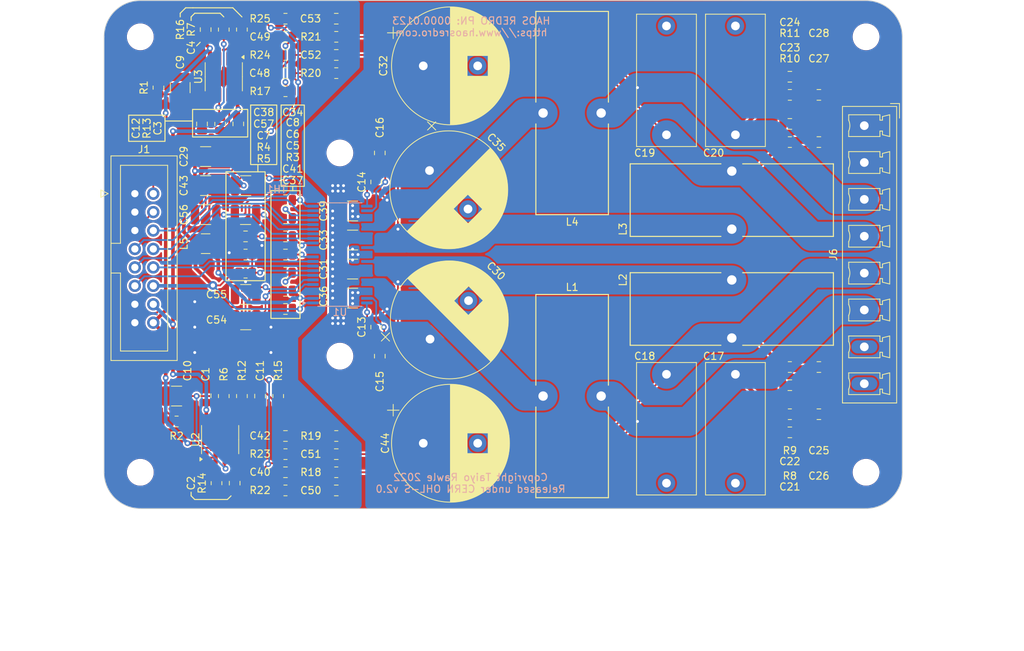
<source format=kicad_pcb>
(kicad_pcb (version 20240108) (generator "pcbnew") (generator_version "8.0")
  (layers (0 "F.Cu" signal) (31 "B.Cu" signal) (34 "B.Paste" user) (35 "F.Paste" user) (36 "B.SilkS" user "B.Silkscreen") (37 "F.SilkS" user "F.Silkscreen") (38 "B.Mask" user) (39 "F.Mask" user) (44 "Edge.Cuts" user))
  (net 0 "")
  (net 1 "Net-(U1-DVDD)")
  (net 2 "Net-(U1-AVDD)")
  (net 3 "Net-(U1-C_START)")
  (net 4 "Net-(U1-VBG)")
  (net 5 "Net-(U3A-+)")
  (net 6 "Net-(U2A-+)")
  (net 7 "Net-(U2B--)")
  (net 8 "Net-(U3B--)")
  (net 9 "Net-(U1-BST_A)")
  (net 10 "Net-(C49-Pad2)")
  (net 11 "Net-(C49-Pad1)")
  (net 12 "Net-(C48-Pad2)")
  (net 13 "Net-(C48-Pad1)")
  (net 14 "Net-(C42-Pad2)")
  (net 15 "Net-(C42-Pad1)")
  (net 16 "Net-(C40-Pad2)")
  (net 17 "Net-(C40-Pad1)")
  (net 18 "Net-(C28-Pad1)")
  (net 19 "Net-(C27-Pad1)")
  (net 20 "Net-(C26-Pad1)")
  (net 21 "Net-(C25-Pad1)")
  (net 22 "Net-(U1-BST_D)")
  (net 23 "Net-(U1-OUT_B)")
  (net 24 "Net-(U1-BST_B)")
  (net 25 "Net-(U1-OUT_C)")
  (net 26 "Net-(C14-Pad2)")
  (net 27 "Net-(U1-BST_C)")
  (net 28 "Net-(C13-Pad2)")
  (net 29 "Net-(J1-Pin_6)")
  (net 30 "Net-(C12-Pad2)")
  (net 31 "Net-(U1-OC_ADJ)")
  (net 32 "Net-(C11-Pad2)")
  (net 33 "Net-(U1-FREQ_ADJ)")
  (net 34 "Net-(U2A--)")
  (net 35 "GND")
  (net 36 "/~{RST}")
  (net 37 "/~{FAULT}")
  (net 38 "/~{CLIP}")
  (net 39 "/OSC_IOP")
  (net 40 "/OSC_IOM")
  (net 41 "/IN_CH2-")
  (net 42 "/IN_CH2+")
  (net 43 "/IN_CH1-")
  (net 44 "/IN_CH1+")
  (net 45 "/CH2-")
  (net 46 "/CH2+")
  (net 47 "/CH1-")
  (net 48 "/CH1+")
  (net 49 "/+12V1")
  (net 50 "-15V")
  (net 51 "+48V")
  (net 52 "+15V")
  (net 53 "+12V")
  (net 54 "/Input stage/CH2")
  (net 55 "/Input stage/CH1")
  (net 56 "Net-(U3A--)")
  (footprint "Capacitor_SMD:C_0805_2012Metric" (layer "F.Cu") (at 128 126.5 90)
    (property "Reference" "C2")
    (property "Value" "104")
  )
  (footprint "Resistor_SMD:R_0805_2012Metric" (layer "F.Cu") (at 129 64 -90)
    (property "Reference" "R16")
    (property "Value" "2K7")
  )
  (footprint "Capacitor_SMD:C_1210_3225Metric" (layer "F.Cu") (at 129.525 85.5)
    (property "Reference" "C38")
    (property "Value" "226")
  )
  (footprint "Capacitor_SMD:C_1210_3225Metric" (layer "F.Cu") (at 124 81.5)
    (property "Reference" "C29")
    (property "Value" "226")
  )
  (footprint "HR_Parts:L_TOROID_D25_W10_P8_V_1" (layer "F.Cu") (at 196.5 87.5 180)
    (property "Reference" "L3")
    (property "Value" "10")
  )
  (footprint "Resistor_SMD:R_0805_2012Metric" (layer "F.Cu") (at 126.5 64 -90)
    (property "Reference" "R7")
    (property "Value" "10K")
  )
  (footprint "Capacitor_THT:CP_Radial_D16.0mm_P7.50mm" (layer "F.Cu") (at 154.923485 106.65165 45)
    (property "Reference" "C30")
    (property "Value" "1000")
  )
  (footprint "MountingHole:MountingHole_3.2mm_M3" (layer "F.Cu") (at 215 65)
    (property "Reference" "H4" (hide yes))
    (property "Value" "M3")
  )
  (footprint "Resistor_SMD:R_0805_2012Metric" (layer "F.Cu") (at 204.5 73 180)
    (property "Reference" "R11")
    (property "Value" "3R3")
  )
  (footprint "HR_Parts:L_TOROID_D25_W10_P8_V_1" (layer "F.Cu") (at 174.5 114.5 90)
    (property "Reference" "L1")
    (property "Value" "10")
  )
  (footprint "Resistor_SMD:R_0805_2012Metric" (layer "F.Cu") (at 134 114.5 -90)
    (property "Reference" "R15")
    (property "Value" "2K7")
  )
  (footprint "Capacitor_SMD:C_0805_2012Metric" (layer "F.Cu") (at 142 67.5)
    (property "Reference" "C52")
    (property "Value" "221")
  )
  (footprint "Capacitor_SMD:C_0805_2012Metric" (layer "F.Cu") (at 135 65 180)
    (property "Reference" "C49")
    (property "Value" "221")
  )
  (footprint "MountingHole:MountingHole_3.2mm_M3" (layer "F.Cu") (at 115 65)
    (property "Reference" "H5" (hide yes))
    (property "Value" "M3")
  )
  (footprint "Capacitor_SMD:C_1210_3225Metric" (layer "F.Cu") (at 124 89.5)
    (property "Reference" "C56")
    (property "Value" "105")
  )
  (footprint "Capacitor_THT:C_Rect_L18.0mm_W8.0mm_P15.00mm_FKS3_FKP3" (layer "F.Cu") (at 187.5 126.5 90)
    (property "Reference" "C18")
    (property "Value" "105")
  )
  (footprint "Connector_Phoenix_MC_HighVoltage:PhoenixContact_MCV_1,5_8-G-5.08_1x08_P5.08mm_Vertical" (layer "F.Cu") (at 214.7575 77.2375 -90)
    (property "Reference" "J6")
    (property "Value" "Conn_01x08")
  )
  (footprint "Capacitor_SMD:C_0805_2012Metric" (layer "F.Cu") (at 204.5 113)
    (property "Reference" "C22")
    (property "Value" "102")
  )
  (footprint "Resistor_SMD:R_0805_2012Metric" (layer "F.Cu") (at 135 127.5 180)
    (property "Reference" "R22")
    (property "Value" "10K")
  )
  (footprint "Resistor_SMD:R_0805_2012Metric" (layer "F.Cu") (at 204.5 79.5 180)
    (property "Reference" "R10")
    (property "Value" "3R3")
  )
  (footprint "Resistor_SMD:R_0805_2012Metric" (layer "F.Cu") (at 117.5 72 90)
    (property "Reference" "R1")
    (property "Value" "10K")
  )
  (footprint "MountingHole:MountingHole_3.2mm_M3" (layer "F.Cu") (at 215 125)
    (property "Reference" "H6" (hide yes))
    (property "Value" "M3")
  )
  (footprint "Resistor_SMD:R_0805_2012Metric" (layer "F.Cu") (at 142 70 180)
    (property "Reference" "R20")
    (property "Value" "33K")
  )
  (footprint "Package_SO:SOIC-8_3.9x4.9mm_P1.27mm" (layer "F.Cu") (at 126.5 70.5 -90)
    (property "Reference" "U3")
    (property "Value" "TL072")
  )
  (footprint "Capacitor_SMD:C_0805_2012Metric" (layer "F.Cu") (at 123.5 77 -90)
    (property "Reference" "C12")
    (property "Value" "331")
  )
  (footprint "MountingHole:MountingHole_3.2mm_M3" (layer "F.Cu") (at 142.5 81)
    (property "Reference" "H3" (hide yes))
    (property "Value" "M3")
  )
  (footprint "Capacitor_SMD:C_1210_3225Metric" (layer "F.Cu") (at 144.25 93)
    (property "Reference" "C33")
    (property "Value" "105")
  )
  (footprint "HR_Parts:L_TOROID_D25_W10_P8_V_1" (layer "F.Cu") (at 174.5 75.5 90)
    (property "Reference" "L4")
    (property "Value" "10")
  )
  (footprint "Capacitor_THT:C_Rect_L18.0mm_W8.0mm_P15.00mm_FKS3_FKP3" (layer "F.Cu") (at 197 63.5 -90)
    (property "Reference" "C20")
    (property "Value" "105")
  )
  (footprint "Resistor_SMD:R_0805_2012Metric" (layer "F.Cu") (at 142 120 180)
    (property "Reference" "R19")
    (property "Value" "33K")
  )
  (footprint "Capacitor_SMD:C_0805_2012Metric" (layer "F.Cu") (at 148 109 -90)
    (property "Reference" "C15")
    (property "Value" "333")
  )
  (footprint "Capacitor_SMD:C_0805_2012Metric" (layer "F.Cu") (at 148 81 -90)
    (property "Reference" "C16")
    (property "Value" "333")
  )
  (footprint "Capacitor_SMD:C_1210_3225Metric" (layer "F.Cu") (at 129.525 104)
    (property "Reference" "C54")
    (property "Value" "105")
  )
  (footprint "MountingHole:MountingHole_3.2mm_M3" (layer "F.Cu") (at 142.5 109)
    (property "Reference" "H1" (hide yes))
    (property "Value" "M3")
  )
  (footprint "Resistor_SMD:R_0805_2012Metric" (layer "F.Cu") (at 135 72.5 180)
    (property "Reference" "R17")
    (property "Value" "2K7")
  )
  (footprint "Capacitor_SMD:C_0805_2012Metric" (layer "F.Cu") (at 135 70 180)
    (property "Reference" "C48")
    (property "Value" "221")
  )
  (footprint "Resistor_SMD:R_0805_2012Metric" (layer "F.Cu") (at 142 125 180)
    (property "Reference" "R18")
    (property "Value" "33K")
  )
  (footprint "Capacitor_SMD:C_1210_3225Metric" (layer "F.Cu") (at 144.25 101)
    (property "Reference" "C36")
    (property "Value" "105")
  )
  (footprint "Capacitor_SMD:C_1210_3225Metric" (layer "F.Cu") (at 120.5 72 90)
    (property "Reference" "C9")
    (property "Value" "225")
  )
  (footprint "Resistor_SMD:R_0805_2012Metric" (layer "F.Cu") (at 120 118)
    (property "Reference" "R2")
    (property "Value" "10K")
  )
  (footprint "Capacitor_SMD:C_0805_2012Metric" (layer "F.Cu") (at 147.5 105 90)
    (property "Reference" "C13")
    (property "Value" "333")
  )
  (footprint "Capacitor_SMD:C_0805_2012Metric" (layer "F.Cu") (at 124 114.45 90)
    (property "Reference" "C1")
    (property "Value" "104")
  )
  (footprint "Capacitor_THT:CP_Radial_D16.0mm_P7.50mm" (layer "F.Cu") (at 153.987246 69)
    (property "Reference" "C32")
    (property "Value" "1000")
  )
  (footprint "Resistor_SMD:R_0805_2012Metric" (layer "F.Cu") (at 129.5 97.5 180)
    (property "Reference" "R5")
    (property "Value" "0")
  )
  (footprint "Capacitor_SMD:C_0805_2012Metric" (layer "F.Cu") (at 135 90)
    (property "Reference" "C8")
    (property "Value" "105")
  )
  (footprint "Capacitor_SMD:C_0805_2012Metric" (layer "F.Cu") (at 204.5 77)
    (property "Reference" "C23")
    (property "Value" "102")
  )
  (footprint "Resistor_SMD:R_0805_2012Metric" (layer "F.Cu") (at 126 77 90)
    (property "Reference" "R13")
    (property "Value" "10K")
  )
  (footprint "Capacitor_SMD:C_0805_2012Metric" (layer "F.Cu") (at 135 125 180)
    (property "Reference" "C40")
    (property "Value" "221")
  )
  (footprint "Resistor_SMD:R_0805_2012Metric" (layer "F.Cu") (at 126.5 114.5 -90)
    (property "Reference" "R6")
    (property "Value" "10K")
  )
  (footprint "Capacitor_SMD:C_0805_2012Metric" (layer "F.Cu") (at 135 120 180)
    (property "Reference" "C42")
    (property "Value" "221")
  )
  (footprint "Capacitor_SMD:C_0805_2012Metric" (layer "F.Cu") (at 129.5 92.5)
    (property "Reference" "C7")
    (property "Value" "473")
  )
  (footprint "Capacitor_SMD:C_0805_2012Metric" (layer "F.Cu") (at 142 62.5)
    (property "Reference" "C53")
    (property "Value" "221")
  )
  (footprint "Capacitor_THT:CP_Radial_D16.0mm_P7.50mm" (layer "F.Cu") (at 153.987246 121)
    (property "Reference" "C44")
    (property "Value" "1000")
  )
  (footprint "Capacitor_SMD:C_0805_2012Metric" (layer "F.Cu") (at 142 122.5)
    (property "Reference" "C51")
    (property "Value" "221")
  )
  (footprint "Connector_IDC:IDC-Header_2x08_P2.54mm_Vertical" (layer "F.Cu") (at 114.2475 86.61)
    (property "Reference" "J1")
    (property "Value" "Conn_02x08_Odd_Even")
  )
  (footprint "Capacitor_SMD:C_0805_2012Metric" (layer "F.Cu") (at 208.5 79.5)
    (property "Reference" "C27")
    (property "Value" "103")
  )
  (footprint "Package_SO:SOIC-8_3.9x4.9mm_P1.27mm" (layer "F.Cu") (at 126 120.5 90)
    (property "Reference" "U2")
    (property "Value" "TL072")
  )
  (footprint "Capacitor_SMD:C_1210_3225Metric" (layer "F.Cu") (at 124 85.5)
    (property "Reference" "C43")
    (property "Value" "226")
  )
  (footprint "Capacitor_SMD:C_1210_3225Metric" (layer "F.Cu") (at 144.25 89)
    (property "Reference" "C39")
    (property "Value" "105")
  )
  (footprint "Capacitor_THT:C_Rect_L18.0mm_W8.0mm_P15.00mm_FKS3_FKP3" (layer "F.Cu") (at 187.5 78.5 90)
    (property "Reference" "C19")
    (property "Value" "105")
  )
  (footprint "Resistor_SMD:R_0805_2012Metric" (layer "F.Cu") (at 204.5 110.5 180)
    (property "Reference" "R9")
    (property "Value" "3R3")
  )
  (footprint "Resistor_SMD:R_0805_2012Metric" (layer "F.Cu") (at 142 65 180)
    (property "Reference" "R21")
    (property "Value" "33K")
  )
  (footprint "Capacitor_SMD:C_0805_2012Metric" (layer "F.Cu") (at 135 87.5 180)
    (property "Reference" "C34")
    (property "Value" "104")
  )
  (footprint "Capacitor_SMD:C_0805_2012Metric" (layer "F.Cu") (at 208.5 110.5)
    (property "Reference" "C26")
    (property "Value" "103")
  )
  (footprint "Resistor_SMD:R_0805_2012Metric" (layer "F.Cu") (at 129 114.5 -90)
    (property "Reference" "R12")
    (property "Value" "10K")
  )
  (footprint "Capacitor_SMD:C_0805_2012Metric" (layer "F.Cu") (at 147.5 85 -90)
    (property "Reference" "C14")
    (property "Value" "333")
  )
  (footprint "Capacitor_THT:CP_Radial_D16.0mm_P7.50mm" (layer "F.Cu") (at 154.84835 83.423485 -45)
    (property "Reference" "C35")
    (property "Value" "1000")
  )
  (footprint "Capacitor_SMD:C_0805_2012Metric" (layer "F.Cu") (at 135 102.5 180)
    (property "Reference" "C37")
    (property "Value" "104")
  )
  (footprint "Capacitor_SMD:C_0805_2012Metric" (layer "F.Cu") (at 131.5 114.5 90)
    (property "Reference" "C11")
    (property "Value" "331")
  )
  (footprint "Capacitor_SMD:C_0805_2012Metric" (layer "F.Cu") (at 128.5 77 -90)
    (property "Reference" "C3")
    (property "Value" "104")
  )
  (footprint "Capacitor_SMD:C_0805_2012Metric" (layer "F.Cu") (at 135 100 180)
    (property "Reference" "C41")
    (property "Value" "104")
  )
  (footprint "Capacitor_SMD:C_0805_2012Metric" (layer "F.Cu") (at 135 92.5)
    (property "Reference" "C6")
    (property "Value" "105")
  )
  (footprint "Resistor_SMD:R_0805_2012Metric" (layer "F.Cu") (at 135 67.5 180)
    (property "Reference" "R24")
    (property "Value" "10K")
  )
  (footprint "MountingHole:MountingHole_3.2mm_M3" (layer "F.Cu") (at 115 125)
    (property "Reference" "H2" (hide yes))
    (property "Value" "M3")
  )
  (footprint "Capacitor_SMD:C_0805_2012Metric" (layer "F.Cu") (at 208.5 117)
    (property "Reference" "C25")
    (property "Value" "103")
  )
  (footprint "Capacitor_SMD:C_0805_2012Metric" (layer "F.Cu") (at 208.5 73)
    (property "Reference" "C28")
    (property "Value" "103")
  )
  (footprint "Capacitor_SMD:C_1210_3225Metric" (layer "F.Cu") (at 144.25 97)
    (property "Reference" "C31")
    (property "Value" "105")
  )
  (footprint "Capacitor_SMD:C_0805_2012Metric" (layer "F.Cu") (at 204.5 119.5)
    (property "Reference" "C21")
    (property "Value" "102")
  )
  (footprint "Resistor_SMD:R_0805_2012Metric" (layer "F.Cu") (at 135 62.5 180)
    (property "Reference" "R25")
    (property "Value" "10K")
  )
  (footprint "Resistor_SMD:R_0805_2012Metric" (layer "F.Cu") (at 135 122.5 180)
    (property "Reference" "R23")
    (property "Value" "10K")
  )
  (footprint "Capacitor_SMD:C_1210_3225Metric" (layer "F.Cu") (at 129.5 89.5)
    (property "Reference" "C57")
    (property "Value" "105")
  )
  (footprint "Capacitor_SMD:C_0805_2012Metric" (layer "F.Cu") (at 124 64 -90)
    (property "Reference" "C4")
    (property "Value" "104")
  )
  (footprint "Capacitor_SMD:C_1210_3225Metric" (layer "F.Cu") (at 120 114.5)
    (property "Reference" "C10")
    (property "Value" "225")
  )
  (footprint "Capacitor_SMD:C_1210_3225Metric" (layer "F.Cu") (at 129.525 100.5)
    (property "Reference" "C55")
    (property "Value" "105")
  )
  (footprint "Resistor_SMD:R_0805_2012Metric" (layer "F.Cu") (at 135 97.5 180)
    (property "Reference" "R3")
    (property "Value" "22K")
  )
  (footprint "Inductor_SMD:L_1210_3225Metric" (layer "F.Cu") (at 124 93.5)
    (property "Reference" "L5")
    (property "Value" "10")
  )
  (footprint "HR_Parts:L_TOROID_D25_W10_P8_V_1" (layer "F.Cu") (at 196.5 102.5)
    (property "Reference" "L2")
    (property "Value" "10")
  )
  (footprint "Capacitor_SMD:C_0805_2012Metric" (layer "F.Cu") (at 204.5 70.5)
    (property "Reference" "C24")
    (property "Value" "102")
  )
  (footprint "Resistor_SMD:R_0805_2012Metric" (layer "F.Cu") (at 204.5 117 180)
    (property "Reference" "R8")
    (property "Value" "3R3")
  )
  (footprint "Capacitor_SMD:C_0805_2012Metric" (layer "F.Cu") (at 142 127.5)
    (property "Reference" "C50")
    (property "Value" "221")
  )
  (footprint "Capacitor_SMD:C_0805_2012Metric" (layer "F.Cu") (at 135 95)
    (property "Reference" "C5")
    (property "Value" "105")
  )
  (footprint "Resistor_SMD:R_0805_2012Metric" (layer "F.Cu") (at 125.5 126.5 90)
    (property "Reference" "R14")
    (property "Value" "2K7")
  )
  (footprint "Resistor_SMD:R_0805_2012Metric" (layer "F.Cu") (at 129.5 95 180)
    (property "Reference" "R4")
    (property "Value" "30K")
  )
  (footprint "Capacitor_THT:C_Rect_L18.0mm_W8.0mm_P15.00mm_FKS3_FKP3" (layer "F.Cu") (at 197 111.5 -90)
    (property "Reference" "C17")
    (property "Value" "105")
  )
  (footprint "Resistor_SMD:R_0805_2012Metric" (layer "B.Cu") (at 137 86)
    (property "Reference" "TH1")
    (property "Value" "10K")
  )
  (footprint "Package_SO:HTSSOP-44_6.1x14mm_P0.635mm_TopEP4.14x7.01mm" (layer "B.Cu") (at 142.5 95)
    (property "Reference" "U1")
    (property "Value" "TPA3255")
  )
  (gr_rect (start 113.4 75.8) (end 118.4 79.4) (stroke (width 0.15)) (fill none) (layer "F.SilkS"))
  (gr_rect (start 134.4 74.4) (end 137.6 85.6) (stroke (width 0.15)) (fill none) (layer "F.SilkS"))
  (gr_line (start 120.5 61.75) (end 121.25 61) (stroke (width 0.15)) (layer "F.SilkS"))
  (gr_line (start 122 128.25) (end 122.5 128.75) (stroke (width 0.15)) (layer "F.SilkS"))
  (gr_line (start 131.2 82.6) (end 131.2 83.6) (stroke (width 0.15)) (layer "F.SilkS"))
  (gr_rect (start 122.2 75) (end 129.8 78.8) (stroke (width 0.15)) (fill none) (layer "F.SilkS"))
  (gr_line (start 118.4 76.6) (end 122.2 76.6) (stroke (width 0.15)) (layer "F.SilkS"))
  (gr_line (start 121.25 61) (end 122.25 61) (stroke (width 0.15)) (layer "F.SilkS"))
  (gr_rect (start 133 86.2) (end 137 103.8) (stroke (width 0.15)) (fill none) (layer "F.SilkS"))
  (gr_line (start 120.5 62.25) (end 120.5 61.75) (stroke (width 0.15)) (layer "F.SilkS"))
  (gr_rect (start 126.8 83.6) (end 132.2 98.6) (stroke (width 0.15)) (fill none) (layer "F.SilkS"))
  (gr_line (start 122 62.25) (end 122 62.75) (stroke (width 0.15)) (layer "F.SilkS"))
  (gr_line (start 126 61.75) (end 126.5 62.25) (stroke (width 0.15)) (layer "F.SilkS"))
  (gr_rect (start 130.2 74.4) (end 133.8 82.6) (stroke (width 0.15)) (fill none) (layer "F.SilkS"))
  (gr_line (start 129 62.25) (end 127.75 61) (stroke (width 0.15)) (layer "F.SilkS"))
  (gr_line (start 127 128.75) (end 127.5 128.25) (stroke (width 0.15)) (layer "F.SilkS"))
  (gr_line (start 122.5 128.75) (end 127 128.75) (stroke (width 0.15)) (layer "F.SilkS"))
  (gr_line (start 122 62.25) (end 122.5 61.75) (stroke (width 0.15)) (layer "F.SilkS"))
  (gr_line (start 123.25 65.75) (end 122.75 66.25) (stroke (width 0.15)) (layer "F.SilkS"))
  (gr_line (start 122.5 61.75) (end 126 61.75) (stroke (width 0.15)) (layer "F.SilkS"))
  (gr_line (start 122.25 61) (end 127.75 61) (stroke (width 0.15)) (layer "F.SilkS"))
  (gr_line (start 122 127.75) (end 122 128.25) (stroke (width 0.15)) (layer "F.SilkS"))
  (gr_line (start 136 85.6) (end 136 86.2) (stroke (width 0.15)) (layer "F.SilkS"))
  (gr_arc (start 115 130) (mid 111.464466 128.535534) (end 110 125) (stroke (width 0.1)) (layer "Edge.Cuts"))
  (gr_line (start 110 125) (end 110 65) (stroke (width 0.1)) (layer "Edge.Cuts"))
  (gr_arc (start 110 65) (mid 111.464466 61.464466) (end 115 60) (stroke (width 0.1)) (layer "Edge.Cuts"))
  (gr_line (start 215 60) (end 115 60) (stroke (width 0.1)) (layer "Edge.Cuts"))
  (gr_line (start 215 130) (end 115 130) (stroke (width 0.1)) (layer "Edge.Cuts"))
  (gr_arc (start 220 125) (mid 218.535534 128.535534) (end 215 130) (stroke (width 0.1)) (layer "Edge.Cuts"))
  (gr_line (start 220 125) (end 220 65) (stroke (width 0.1)) (layer "Edge.Cuts"))
  (gr_arc (start 215 60) (mid 218.535534 61.464466) (end 220 65) (stroke (width 0.1)) (layer "Edge.Cuts"))
  (gr_text "Copyright Taiyo Rawle 2022\nReleased under CERN OHL-S v2.0" (at 160.5 126.5 0) (layer "B.SilkS") (effects (font (size 1 1)) (justify mirror)))
  (gr_text "HAOS REDRO PN: 0000.0123\nhttps://www.haosredro.com" (at 160.6 63.6 0) (layer "B.SilkS") (effects (font (size 1 1)) (justify mirror)))
  (segment (start 137.25 95) (end 135.95 95) (width 0.25) (layer "F.Cu") (net 1))
  (segment (start 135.95 95) (end 135.95 94.7) (width 0.25) (layer "F.Cu") (net 1))
  (via (at 137.25 95) (size 0.8) (drill 0.4) (layers "F.Cu" "B.Cu") (net 1))
  (segment (start 137.5675 95.3175) (end 137.25 95) (width 0.25) (layer "B.Cu") (net 1))
  (segment (start 138.7875 95.3175) (end 137.5675 95.3175) (width 0.25) (layer "B.Cu") (net 1))
  (segment (start 137.25 93.75) (end 137.2 93.75) (width 0.25) (layer "F.Cu") (net 2))
  (segment (start 137.2 93.75) (end 135.95 92.5) (width 0.25) (layer "F.Cu") (net 2))
  (via (at 137.25 93.75) (size 0.8) (drill 0.4) (layers "F.Cu" "B.Cu") (net 2))
  (segment (start 137.5875 93.4125) (end 137.25 93.75) (width 0.25) (layer "B.Cu") (net 2))
  (segment (start 138.7875 93.4125) (end 137.5875 93.4125) (width 0.25) (layer "B.Cu") (net 2))
  (segment (start 131.75 92.5) (end 130.45 92.5) (width 0.25) (layer "F.Cu") (net 3))
  (via (at 131.75 92.5) (size 0.8) (drill 0.4) (layers "F.Cu" "B.Cu") (net 3))
  (segment (start 132.0275 92.7775) (end 131.75 92.5) (width 0.25) (layer "B.Cu") (net 3))
  (segment (start 138.7875 92.7775) (end 132.0275 92.7775) (width 0.25) (layer "B.Cu") (net 3))
  (segment (start 135.95 89.7) (end 135 88.75) (width 0.25) (layer "F.Cu") (net 4))
  (segment (start 135.95 90) (end 135.95 89.7) (width 0.25) (layer "F.Cu") (net 4))
  (via (at 135 88.75) (size 0.8) (drill 0.4) (layers "F.Cu" "B.Cu") (net 4))
  (segment (start 135.8525 89.6025) (end 135 88.75) (width 0.25) (layer "B.Cu") (net 4))
  (segment (start 138.7875 89.6025) (end 135.8525 89.6025) (width 0.25) (layer "B.Cu") (net 4))
  (segment (start 124.725 70.525) (end 125.865 69.385) (width 0.25) (layer "F.Cu") (net 5))
  (segment (start 125.25 64) (end 125.25 66) (width 0.25) (layer "F.Cu") (net 5))
  (segment (start 126.5 63.0875) (end 126.1625 63.0875) (width 0.25) (layer "F.Cu") (net 5))
  (segment (start 120.5 70.525) (end 124.725 70.525) (width 0.25) (layer "F.Cu") (net 5))
  (segment (start 125.865 66.615) (end 125.865 68.025) (width 0.25) (layer "F.Cu") (net 5))
  (segment (start 126.1625 63.0875) (end 125.25 64) (width 0.25) (layer "F.Cu") (net 5))
  (segment (start 125.865 69.385) (end 125.865 68.025) (width 0.25) (layer "F.Cu") (net 5))
  (segment (start 125.25 66) (end 125.865 66.615) (width 0.25) (layer "F.Cu") (net 5))
  (segment (start 122.75 114.5) (end 124.75 114.5) (width 0.25) (layer "F.Cu") (net 6))
  (segment (start 126.635 122.975) (end 126.635 124.385) (width 0.25) (layer "F.Cu") (net 6))
  (segment (start 126.635 124.385) (end 126.75 124.5) (width 0.25) (layer "F.Cu") (net 6))
  (segment (start 124.75 114.5) (end 125.6625 113.5875) (width 0.25) (layer "F.Cu") (net 6))
  (segment (start 122.75 114.5) (end 121.475 114.5) (width 0.25) (layer "F.Cu") (net 6))
  (segment (start 125.6625 113.5875) (end 126.5 113.5875) (width 0.25) (layer "F.Cu") (net 6))
  (via (at 122.75 114.5) (size 0.8) (drill 0.4) (layers "F.Cu" "B.Cu") (net 6))
  (via (at 126.75 124.5) (size 0.8) (drill 0.4) (layers "F.Cu" "B.Cu") (net 6))
  (segment (start 122.75 120.5) (end 126.75 124.5) (width 0.25) (layer "B.Cu") (net 6))
  (segment (start 122.75 114.5) (end 122.75 120.5) (width 0.25) (layer "B.Cu") (net 6))
  (segment (start 126.635 118.025) (end 126.635 115.5475) (width 0.25) (layer "F.Cu") (net 7))
  (segment (start 126.5 115.4125) (end 129 115.4125) (width 0.25) (layer "F.Cu") (net 7))
  (segment (start 129 115.4125) (end 131.4625 115.4125) (width 0.25) (layer "F.Cu") (net 7))
  (segment (start 126.635 115.5475) (end 126.5 115.4125) (width 0.25) (layer "F.Cu") (net 7))
  (segment (start 131.4625 115.4125) (end 131.5 115.45) (width 0.25) (layer "F.Cu") (net 7))
  (segment (start 126.5 64.9125) (end 126.5 66) (width 0.25) (layer "F.Cu") (net 8))
  (segment (start 125.865 72.975) (end 125.865 75.9525) (width 0.25) (layer "F.Cu") (net 8))
  (segment (start 125.9625 76.05) (end 126 76.0875) (width 0.25) (layer "F.Cu") (net 8))
  (segment (start 123.5 76.05) (end 125.9625 76.05) (width 0.25) (layer "F.Cu") (net 8))
  (segment (start 125.865 75.9525) (end 126 76.0875) (width 0.25) (layer "F.Cu") (net 8))
  (via (at 125.75 74.75) (size 0.8) (drill 0.4) (layers "F.Cu" "B.Cu") (net 8))
  (via (at 126.5 66) (size 0.8) (drill 0.4) (layers "F.Cu" "B.Cu") (net 8))
  (segment (start 126.5 66) (end 126.5 74) (width 0.25) (layer "B.Cu") (net 8))
  (segment (start 126.5 74) (end 125.75 74.75) (width 0.25) (layer "B.Cu") (net 8))
  (segment (start 146.25 102.9495) (end 146.25 104.45) (width 0.25) (layer "F.Cu") (net 9))
  (segment (start 146.25 104.45) (end 147.75 105.95) (width 0.25) (layer "F.Cu") (net 9))
  (via (at 146.25 102.9495) (size 0.8) (drill 0.4) (layers "F.Cu" "B.Cu") (net 9))
  (segment (start 146.2125 102.912) (end 146.25 102.9495) (width 0.25) (layer "B.Cu") (net 9))
  (segment (start 146.2125 101.6675) (end 146.2125 102.912) (width 0.25) (layer "B.Cu") (net 9))
  (segment (start 135.9125 62.5) (end 141.1 62.5) (width 0.25) (layer "F.Cu") (net 10))
  (segment (start 135.9125 62.5) (end 135.9125 62.8375) (width 0.25) (layer "F.Cu") (net 10))
  (segment (start 134.05 64.7) (end 134.05 65) (width 0.25) (layer "F.Cu") (net 10))
  (segment (start 135.9125 62.8375) (end 134.05 64.7) (width 0.25) (layer "F.Cu") (net 10))
  (segment (start 129.5 89.25) (end 129.5 88) (width 0.25) (layer "F.Cu") (net 11))
  (segment (start 129.5 88) (end 130 87.5) (width 0.25) (layer "F.Cu") (net 11))
  (segment (start 132 87.5) (end 135.9125 83.5875) (width 0.25) (layer "F.Cu") (net 11))
  (segment (start 130 87.5) (end 132 87.5) (width 0.25) (layer "F.Cu") (net 11))
  (segment (start 135.95 65) (end 135.95 65.3) (width 0.25) (layer "F.Cu") (net 11))
  (segment (start 128.025 89.5) (end 129.25 89.5) (width 0.25) (layer "F.Cu") (net 11))
  (segment (start 135.95 65) (end 141.0875 65) (width 0.25) (layer "F.Cu") (net 11))
  (segment (start 135.9125 83.5875) (end 135.9125 72.5) (width 0.25) (layer "F.Cu") (net 11))
  (segment (start 135.95 65.3) (end 135 66.25) (width 0.25) (layer "F.Cu") (net 11))
  (segment (start 129.25 89.5) (end 129.5 89.25) (width 0.25) (layer "F.Cu") (net 11))
  (segment (start 135 71.25) (end 135 71.5875) (width 0.25) (layer "F.Cu") (net 11))
  (segment (start 135 71.5875) (end 135.9125 72.5) (width 0.25) (layer "F.Cu") (net 11))
  (via (at 135 71.25) (size 0.8) (drill 0.4) (layers "F.Cu" "B.Cu") (net 11))
  (via (at 135 66.25) (size 0.8) (drill 0.4) (layers "F.Cu" "B.Cu") (net 11))
  (segment (start 135 66.25) (end 135 71.25) (width 0.25) (layer "B.Cu") (net 11))
  (segment (start 135.9125 67.8375) (end 134.05 69.7) (width 0.25) (layer "F.Cu") (net 12))
  (segment (start 135.9125 67.5) (end 141.05 67.5) (width 0.25) (layer "F.Cu") (net 12))
  (segment (start 134.05 69.7) (end 134.05 70) (width 0.25) (layer "F.Cu") (net 12))
  (segment (start 135.9125 67.5) (end 135.9125 67.8375) (width 0.25) (layer "F.Cu") (net 12))
  (segment (start 135.95 70.45) (end 136.75 71.25) (width 0.25) (layer "F.Cu") (net 13))
  (segment (start 129 63.0875) (end 132.3375 63.0875) (width 0.25) (layer "F.Cu") (net 13))
  (segment (start 127.5 83.5) (end 124.5 83.5) (width 0.25) (layer "F.Cu") (net 13))
  (segment (start 124 88.75) (end 123.25 89.5) (width 0.25) (layer "F.Cu") (net 13))
  (segment (start 128.75 82.25) (end 133 78) (width 0.25) (layer "F.Cu") (net 13))
  (segment (start 135.95 70) (end 141.0875 70) (width 0.25) (layer "F.Cu") (net 13))
  (segment (start 124.5 83.5) (end 124 84) (width 0.25) (layer "F.Cu") (net 13))
  (segment (start 128.75 82.25) (end 127.5 83.5) (width 0.25) (layer "F.Cu") (net 13))
  (segment (start 135.95 70) (end 135.95 70.45) (width 0.25) (layer "F.Cu") (net 13))
  (segment (start 124 84) (end 124 88.75) (width 0.25) (layer "F.Cu") (net 13))
  (segment (start 132.3375 63.0875) (end 133 63.75) (width 0.25) (layer "F.Cu") (net 13))
  (segment (start 123.25 89.5) (end 122.525 89.5) (width 0.25) (layer "F.Cu") (net 13))
  (via (at 136.75 71.25) (size 0.8) (drill 0.4) (layers "F.Cu" "B.Cu") (net 13))
  (via (at 133 78) (size 0.8) (drill 0.4) (layers "F.Cu" "B.Cu") (net 13))
  (via (at 133 63.75) (size 0.8) (drill 0.4) (layers "F.Cu" "B.Cu") (net 13))
  (segment (start 136.75 74.25) (end 136.75 71.25) (width 0.25) (layer "B.Cu") (net 13))
  (segment (start 134.75 63.75) (end 136.75 65.75) (width 0.25) (layer "B.Cu") (net 13))
  (segment (start 134.75 76.25) (end 136.75 74.25) (width 0.25) (layer "B.Cu") (net 13))
  (segment (start 133 63.75) (end 134.75 63.75) (width 0.25) (layer "B.Cu") (net 13))
  (segment (start 133 78) (end 134.75 76.25) (width 0.25) (layer "B.Cu") (net 13))
  (segment (start 136.75 65.75) (end 136.75 71.25) (width 0.25) (layer "B.Cu") (net 13))
  (segment (start 135.9125 122.1625) (end 134.05 120.3) (width 0.25) (layer "F.Cu") (net 14))
  (segment (start 141.05 122.5) (end 135.9125 122.5) (width 0.25) (layer "F.Cu") (net 14))
  (segment (start 135.9125 122.5) (end 135.9125 122.1625) (width 0.25) (layer "F.Cu") (net 14))
  (segment (start 134.05 120.275) (end 134.05 119.975) (width 0.25) (layer "F.Cu") (net 14))
  (segment (start 129.5 108) (end 134 112.5) (width 0.25) (layer "F.Cu") (net 15))
  (segment (start 129.5 101) (end 129.5 108) (width 0.25) (layer "F.Cu") (net 15))
  (segment (start 129 100.5) (end 129.5 101) (width 0.25) (layer "F.Cu") (net 15))
  (segment (start 141.0875 120) (end 135.95 120) (width 0.25) (layer "F.Cu") (net 15))
  (segment (start 135.95 120) (end 135.95 115.5375) (width 0.25) (layer "F.Cu") (net 15))
  (segment (start 135.95 115.5375) (end 134 113.5875) (width 0.25) (layer "F.Cu") (net 15))
  (segment (start 134 112.5) (end 134 113.5875) (width 0.25) (layer "F.Cu") (net 15))
  (segment (start 128.05 100.5) (end 129 100.5) (width 0.25) (layer "F.Cu") (net 15))
  (segment (start 141.05 127.5) (end 135.9125 127.5) (width 0.25) (layer "F.Cu") (net 16))
  (segment (start 134.05 125.275) (end 134.05 124.975) (width 0.25) (layer "F.Cu") (net 16))
  (segment (start 135.9125 127.5) (end 135.9125 127.1625) (width 0.25) (layer "F.Cu") (net 16))
  (segment (start 135.9125 127.1625) (end 134.05 125.3) (width 0.25) (layer "F.Cu") (net 16))
  (segment (start 128.05 104) (end 128.05 108.05) (width 0.25) (layer "F.Cu") (net 17))
  (segment (start 125.5 127.4125) (end 125.8375 127.4125) (width 0.25) (layer "F.Cu") (net 17))
  (segment (start 128.05 108.05) (end 132.75 112.75) (width 0.25) (layer "F.Cu") (net 17))
  (segment (start 135.95 124.7) (end 135 123.75) (width 0.25) (layer "F.Cu") (net 17))
  (segment (start 132.625 123.875) (end 132.75 123.75) (width 0.25) (layer "F.Cu") (net 17))
  (segment (start 125.8375 127.4125) (end 126.75 126.5) (width 0.25) (layer "F.Cu") (net 17))
  (segment (start 135.95 125) (end 135.95 124.7) (width 0.25) (layer "F.Cu") (net 17))
  (segment (start 130 126.5) (end 132.625 123.875) (width 0.25) (layer "F.Cu") (net 17))
  (segment (start 141.0875 125) (end 135.95 125) (width 0.25) (layer "F.Cu") (net 17))
  (segment (start 126.75 126.5) (end 130 126.5) (width 0.25) (layer "F.Cu") (net 17))
  (segment (start 132.75 123.75) (end 135 123.75) (width 0.25) (layer "F.Cu") (net 17))
  (via (at 132.625 123.875) (size 0.8) (drill 0.4) (layers "F.Cu" "B.Cu") (net 17))
  (via (at 132.75 112.25) (size 0.8) (drill 0.4) (layers "F.Cu" "B.Cu") (net 17))
  (segment (start 132.75 112.25) (end 132.75 123.75) (width 0.25) (layer "B.Cu") (net 17))
  (segment (start 132.75 123.75) (end 132.625 123.875) (width 0.25) (layer "B.Cu") (net 17))
  (segment (start 205.4125 73) (end 207.55 73) (width 0.5) (layer "F.Cu") (net 18))
  (segment (start 205.4125 79.5) (end 207.55 79.5) (width 0.5) (layer "F.Cu") (net 19))
  (segment (start 205.4125 110.5) (end 207.55 110.5) (width 0.5) (layer "F.Cu") (net 20))
  (segment (start 205.4125 117) (end 207.55 117) (width 0.5) (layer "F.Cu") (net 21))
  (segment (start 146.25 85) (end 146.25 86.75) (width 0.25) (layer "F.Cu") (net 22))
  (segment (start 147.5 84.1) (end 147.15 84.1) (width 0.25) (layer "F.Cu") (net 22))
  (segment (start 147.15 84.1) (end 146.25 85) (width 0.25) (layer "F.Cu") (net 22))
  (via (at 146.25 86.75) (size 0.8) (drill 0.4) (layers "F.Cu" "B.Cu") (net 22))
  (segment (start 146.25 88.295) (end 146.2125 88.3325) (width 0.25) (layer "B.Cu") (net 22))
  (segment (start 146.25 86.75) (end 146.25 88.295) (width 0.25) (layer "B.Cu") (net 22))
  (segment (start 150.5 98.75) (end 150.5 107.45) (width 0.25) (layer "F.Cu") (net 23))
  (segment (start 150.5 107.45) (end 148 109.95) (width 0.25) (layer "F.Cu") (net 23))
  (via (at 150.5 98.75) (size 0.8) (drill 0.4) (layers "F.Cu" "B.Cu") (net 23))
  (segment (start 163.25 98.5) (end 162 97.25) (width 4) (layer "B.Cu") (net 23))
  (segment (start 196.5 98.5) (end 163.25 98.5) (width 4) (layer "B.Cu") (net 23))
  (segment (start 162 97.25) (end 152 97.25) (width 4) (layer "B.Cu") (net 23))
  (segment (start 148.6 105.054439) (end 148.6 107.45) (width 0.25) (layer "F.Cu") (net 24))
  (segment (start 148.54556 104.999999) (end 148.6 105.054439) (width 0.25) (layer "F.Cu") (net 24))
  (segment (start 148.6 107.45) (end 148 108.05) (width 0.25) (layer "F.Cu") (net 24))
  (via (at 148.54556 104.999999) (size 0.8) (drill 0.4) (layers "F.Cu" "B.Cu") (net 24))
  (segment (start 147.5 103.954439) (end 148.54556 104.999999) (width 0.25) (layer "B.Cu") (net 24))
  (segment (start 147.5 101.5) (end 147.5 103.5) (width 0.25) (layer "B.Cu") (net 24))
  (segment (start 147.5 103.5) (end 147.5 103.954439) (width 0.25) (layer "B.Cu") (net 24))
  (segment (start 146.2125 101.0325) (end 147.0325 101.0325) (width 0.25) (layer "B.Cu") (net 24))
  (segment (start 147.0325 101.0325) (end 147.5 101.5) (width 0.25) (layer "B.Cu") (net 24))
  (segment (start 148 80.05) (end 150.5 82.55) (width 0.25) (layer "F.Cu") (net 25))
  (segment (start 150.5 82.55) (end 150.5 91.5) (width 0.25) (layer "F.Cu") (net 25))
  (via (at 150.5 91.5) (size 0.8) (drill 0.4) (layers "F.Cu" "B.Cu") (net 25))
  (segment (start 196.5 91.5) (end 163 91.5) (width 4) (layer "B.Cu") (net 25))
  (segment (start 163 91.5) (end 161.75 92.75) (width 4) (layer "B.Cu") (net 25))
  (segment (start 161.75 92.75) (end 152 92.75) (width 4) (layer "B.Cu") (net 25))
  (segment (start 147.5 86) (end 149 87.5) (width 0.25) (layer "F.Cu") (net 26))
  (via (at 149 87.5) (size 0.8) (drill 0.4) (layers "F.Cu" "B.Cu") (net 26))
  (segment (start 170.5 75.5) (end 168 75.5) (width 4) (layer "B.Cu") (net 26))
  (segment (start 168 75.5) (end 155.5 88) (width 4) (layer "B.Cu") (net 26))
  (segment (start 155.5 88) (end 152 88) (width 4) (layer "B.Cu") (net 26))
  (segment (start 148.75 85) (end 148.75 82.7) (width 0.25) (layer "F.Cu") (net 27))
  (segment (start 148.75 82.7) (end 148 81.95) (width 0.25) (layer "F.Cu") (net 27))
  (via (at 148.75 85) (size 0.8) (drill 0.4) (layers "F.Cu" "B.Cu") (net 27))
  (segment (start 146.965361 88.9675) (end 147.5 88.432861) (width 0.25) (layer "B.Cu") (net 27))
  (segment (start 146.2125 88.9675) (end 146.965361 88.9675) (width 0.25) (layer "B.Cu") (net 27))
  (segment (start 147.5 86.25) (end 148.75 85) (width 0.25) (layer "B.Cu") (net 27))
  (segment (start 147.5 88.432861) (end 147.5 86.5) (width 0.25) (layer "B.Cu") (net 27))
  (segment (start 147.5 86.5) (end 147.5 86.25) (width 0.25) (layer "B.Cu") (net 27))
  (segment (start 147.5 104.05) (end 147.5 104) (width 0.25) (layer "F.Cu") (net 28))
  (segment (start 147.75 104.05) (end 147.75 104) (width 0.25) (layer "F.Cu") (net 28))
  (segment (start 147.5 104) (end 149 102.5) (width 0.25) (layer "F.Cu") (net 28))
  (via (at 149 102.5) (size 0.8) (drill 0.4) (layers "F.Cu" "B.Cu") (net 28))
  (segment (start 155.5 102) (end 152.25 102) (width 4) (layer "B.Cu") (net 28))
  (segment (start 170.5 114.5) (end 168 114.5) (width 4) (layer "B.Cu") (net 28))
  (segment (start 168 114.5) (end 157 103.5) (width 4) (layer "B.Cu") (net 28))
  (segment (start 157 103.5) (end 155.5 102) (width 4) (layer "B.Cu") (net 28))
  (segment (start 123.99 87.5) (end 119.8 91.69) (width 0.25) (layer "B.Cu") (net 29))
  (segment (start 116.7875 91.69) (end 119.8 91.69) (width 0.25) (layer "B.Cu") (net 29))
  (segment (start 135.0875 87) (end 136.0875 86) (width 0.25) (layer "B.Cu") (net 29))
  (segment (start 124.5 87) (end 135.0875 87) (width 0.25) (layer "B.Cu") (net 29))
  (segment (start 124 87.5) (end 124.5 87) (width 0.25) (layer "B.Cu") (net 29))
  (segment (start 124 87.5) (end 123.99 87.5) (width 0.25) (layer "B.Cu") (net 29))
  (segment (start 127.135 72.975) (end 127.25 73.09) (width 0.25) (layer "F.Cu") (net 30))
  (segment (start 125.9625 77.95) (end 126 77.9125) (width 0.25) (layer "F.Cu") (net 30))
  (segment (start 126.3375 77.9125) (end 126 77.9125) (width 0.25) (layer "F.Cu") (net 30))
  (segment (start 127.75 71.25) (end 132.8375 71.25) (width 0.25) (layer "F.Cu") (net 30))
  (segment (start 127.135 72.975) (end 127.135 71.865) (width 0.25) (layer "F.Cu") (net 30))
  (segment (start 132.8375 71.25) (end 134.0875 72.5) (width 0.25) (layer "F.Cu") (net 30))
  (segment (start 127.25 73.09) (end 127.25 77) (width 0.25) (layer "F.Cu") (net 30))
  (segment (start 127.25 77) (end 126.3375 77.9125) (width 0.25) (layer "F.Cu") (net 30))
  (segment (start 123.5 77.95) (end 125.9625 77.95) (width 0.25) (layer "F.Cu") (net 30))
  (segment (start 127.135 71.865) (end 127.75 71.25) (width 0.25) (layer "F.Cu") (net 30))
  (segment (start 135.9125 97.8375) (end 135 98.75) (width 0.25) (layer "F.Cu") (net 31))
  (segment (start 135.9125 97.5) (end 135.9125 97.8375) (width 0.25) (layer "F.Cu") (net 31))
  (via (at 135 98.75) (size 0.8) (drill 0.4) (layers "F.Cu" "B.Cu") (net 31))
  (segment (start 135.8925 97.8575) (end 135 98.75) (width 0.25) (layer "B.Cu") (net 31))
  (segment (start 138.7875 97.8575) (end 135.8925 97.8575) (width 0.25) (layer "B.Cu") (net 31))
  (segment (start 131.4625 113.5875) (end 131.5 113.55) (width 0.25) (layer "F.Cu") (net 32))
  (segment (start 125.75 114.5) (end 128.0875 114.5) (width 0.25) (layer "F.Cu") (net 32))
  (segment (start 129 113.5875) (end 131.4625 113.5875) (width 0.25) (layer "F.Cu") (net 32))
  (segment (start 125.25 115) (end 125.75 114.5) (width 0.25) (layer "F.Cu") (net 32))
  (segment (start 131.8 113.55) (end 131.5 113.55) (width 0.25) (layer "F.Cu") (net 32))
  (segment (start 125.365 116.615) (end 125.25 116.5) (width 0.25) (layer "F.Cu") (net 32))
  (segment (start 125.25 116.5) (end 125.25 115) (width 0.25) (layer "F.Cu") (net 32))
  (segment (start 134 115.4125) (end 133.6625 115.4125) (width 0.25) (layer "F.Cu") (net 32))
  (segment (start 133.6625 115.4125) (end 131.8 113.55) (width 0.25) (layer "F.Cu") (net 32))
  (segment (start 128.0875 114.5) (end 129 113.5875) (width 0.25) (layer "F.Cu") (net 32))
  (segment (start 125.365 118.025) (end 125.365 116.615) (width 0.25) (layer "F.Cu") (net 32))
  (segment (start 131.5 97.5) (end 130.4125 97.5) (width 0.25) (layer "F.Cu") (net 33))
  (segment (start 130.4125 97.5) (end 130.4125 95) (width 0.25) (layer "F.Cu") (net 33))
  (via (at 131.5 97.5) (size 0.8) (drill 0.4) (layers "F.Cu" "B.Cu") (net 33))
  (segment (start 138.7875 97.2225) (end 131.7775 97.2225) (width 0.25) (layer "B.Cu") (net 33))
  (segment (start 131.7775 97.2225) (end 131.5 97.5) (width 0.25) (layer "B.Cu") (net 33))
  (segment (start 124.095 122.975) (end 125.365 122.975) (width 0.25) (layer "F.Cu") (net 34))
  (segment (start 125.365 125.4525) (end 125.5 125.5875) (width 0.25) (layer "F.Cu") (net 34))
  (segment (start 125.365 122.975) (end 125.365 125.4525) (width 0.25) (layer "F.Cu") (net 34))
  (via (at 145 100.25) (size 0.8) (drill 0.4) (layers "F.Cu" "B.Cu") (net 35))
  (via (at 133 105) (size 0.8) (drill 0.4) (layers "F.Cu" "B.Cu") (net 35))
  (via (at 144.25 94.25) (size 0.8) (drill 0.4) (layers "F.Cu" "B.Cu") (net 35))
  (via (at 127.25 94.75) (size 0.8) (drill 0.4) (layers "F.Cu" "B.Cu") (net 35))
  (via (at 131.75 93.75) (size 0.8) (drill 0.4) (layers "F.Cu" "B.Cu") (net 35))
  (via (at 122.5 105) (size 0.8) (drill 0.4) (layers "F.Cu" "B.Cu") (net 35))
  (via (at 144.25 95.75) (size 0.8) (drill 0.4) (layers "F.Cu" "B.Cu") (net 35))
  (via (at 144.25 100.25) (size 0.8) (drill 0.4) (layers "F.Cu" "B.Cu") (net 35))
  (via (at 144.25 95) (size 0.8) (drill 0.4) (layers "F.Cu" "B.Cu") (net 35))
  (via (at 145 89.7675) (size 0.8) (drill 0.4) (layers "F.Cu" "B.Cu") (net 35))
  (via (at 144.25 101) (size 0.8) (drill 0.4) (layers "F.Cu" "B.Cu") (net 35))
  (via (at 144.25 89) (size 0.8) (drill 0.4) (layers "F.Cu" "B.Cu") (net 35))
  (via (at 133 108.5) (size 0.8) (drill 0.4) (layers "F.Cu" "B.Cu") (net 35))
  (via (at 145 95) (size 0.8) (drill 0.4) (layers "F.Cu" "B.Cu") (net 35))
  (via (at 144.25 101.75) (size 0.8) (drill 0.4) (layers "F.Cu" "B.Cu") (net 35))
  (via (at 122.5 101.5) (size 0.8) (drill 0.4) (layers "F.Cu" "B.Cu") (net 35))
  (via (at 144.25 88.25) (size 0.8) (drill 0.4) (layers "F.Cu" "B.Cu") (net 35))
  (via (at 144.25 89.75) (size 0.8) (drill 0.4) (layers "F.Cu" "B.Cu") (net 35))
  (via (at 129.5 98.75) (size 0.8) (drill 0.4) (layers "F.Cu" "B.Cu") (net 35))
  (via (at 122.5 108.5) (size 0.8) (drill 0.4) (layers "F.Cu" "B.Cu") (net 35))
  (segment (start 126 88.5) (end 119 95.5) (width 0.25) (layer "B.Cu") (net 36))
  (segment (start 138.7875 90.8725) (end 134.6225 90.8725) (width 0.25) (layer "B.Cu") (net 36))
  (segment (start 115.5 95.5) (end 115.5 95.5175) (width 0.25) (layer "B.Cu") (net 36))
  (segment (start 132.25 88.5) (end 126 88.5) (width 0.25) (layer "B.Cu") (net 36))
  (segment (start 134.6225 90.8725) (end 132.25 88.5) (width 0.25) (layer "B.Cu") (net 36))
  (segment (start 115.5 95.5175) (end 114.2475 96.77) (width 0.25) (layer "B.Cu") (net 36))
  (segment (start 119 95.5) (end 115.5 95.5) (width 0.25) (layer "B.Cu") (net 36))
  (segment (start 119.27 94.23) (end 116.7875 94.23) (width 0.25) (layer "B.Cu") (net 37))
  (segment (start 138.7875 90.2375) (end 134.7375 90.2375) (width 0.25) (layer "B.Cu") (net 37))
  (segment (start 134.7375 90.2375) (end 132.5 88) (width 0.25) (layer "B.Cu") (net 37))
  (segment (start 125.5 88) (end 119.27 94.23) (width 0.25) (layer "B.Cu") (net 37))
  (segment (start 132.5 88) (end 125.5 88) (width 0.25) (layer "B.Cu") (net 37))
  (segment (start 138.7875 88.9675) (end 136.75 88.9675) (width 0.25) (layer "B.Cu") (net 38))
  (segment (start 135.2825 87.5) (end 136.75 88.9675) (width 0.25) (layer "B.Cu") (net 38))
  (segment (start 114.2475 94.23) (end 115.4775 93) (width 0.25) (layer "B.Cu") (net 38))
  (segment (start 125 87.5) (end 135.2825 87.5) (width 0.25) (layer "B.Cu") (net 38))
  (segment (start 119.5 93) (end 125 87.5) (width 0.25) (layer "B.Cu") (net 38))
  (segment (start 115.4775 93) (end 119.5 93) (width 0.25) (layer "B.Cu") (net 38))
  (segment (start 123.73 96.77) (end 124.5475 95.9525) (width 0.25) (layer "B.Cu") (net 39))
  (segment (start 116.7875 96.77) (end 123.73 96.77) (width 0.25) (layer "B.Cu") (net 39))
  (segment (start 138.7875 95.9525) (end 124.5475 95.9525) (width 0.25) (layer "B.Cu") (net 39))
  (segment (start 115.5575 98) (end 123.25 98) (width 0.25) (layer "B.Cu") (net 40))
  (segment (start 114.2475 99.31) (end 115.5575 98) (width 0.25) (layer "B.Cu") (net 40))
  (segment (start 138.7875 96.5875) (end 124.6625 96.5875) (width 0.25) (layer "B.Cu") (net 40))
  (segment (start 124.6625 96.5875) (end 123.75 97.5) (width 0.25) (layer "B.Cu") (net 40))
  (segment (start 123.25 98) (end 123.75 97.5) (width 0.25) (layer "B.Cu") (net 40))
  (segment (start 130.975 89.5) (end 132 89.5) (width 0.25) (layer "F.Cu") (net 41))
  (via (at 132 89.5) (size 0.8) (drill 0.4) (layers "F.Cu" "B.Cu") (net 41))
  (segment (start 134.0075 91.5075) (end 132 89.5) (width 0.25) (layer "B.Cu") (net 41))
  (segment (start 138.7875 91.5075) (end 134.0075 91.5075) (width 0.25) (layer "B.Cu") (net 41))
  (segment (start 125.475 89.5) (end 126.5 89.5) (width 0.25) (layer "F.Cu") (net 42))
  (via (at 126.5 89.5) (size 0.8) (drill 0.4) (layers "F.Cu" "B.Cu") (net 42))
  (segment (start 130.5 89.5) (end 126.5 89.5) (width 0.25) (layer "B.Cu") (net 42))
  (segment (start 138.7875 92.1425) (end 133.1425 92.1425) (width 0.25) (layer "B.Cu") (net 42))
  (segment (start 133.1425 92.1425) (end 130.5 89.5) (width 0.25) (layer "B.Cu") (net 42))
  (segment (start 131.25 99.5) (end 131 99.75) (width 0.25) (layer "F.Cu") (net 43))
  (segment (start 131.25 99.5) (end 132.25 99.5) (width 0.25) (layer "F.Cu") (net 43))
  (segment (start 132.25 99.5) (end 132 99.5) (width 0.2) (layer "F.Cu") (net 43))
  (segment (start 131 100.5) (end 131 99.75) (width 0.25) (layer "F.Cu") (net 43))
  (via (at 132.25 99.5) (size 0.8) (drill 0.4) (layers "F.Cu" "B.Cu") (net 43))
  (segment (start 132.5 99.75) (end 132.25 99.5) (width 0.25) (layer "B.Cu") (net 43))
  (segment (start 136.25 99.75) (end 132.5 99.75) (width 0.25) (layer "B.Cu") (net 43))
  (segment (start 138.7875 98.4925) (end 137.5075 98.4925) (width 0.25) (layer "B.Cu") (net 43))
  (segment (start 137.5075 98.4925) (end 136.25 99.75) (width 0.25) (layer "B.Cu") (net 43))
  (segment (start 132.25 102.725) (end 130.975 104) (width 0.2) (layer "F.Cu") (net 44))
  (segment (start 132.25 100.75) (end 132.25 102.725) (width 0.2) (layer "F.Cu") (net 44))
  (via (at 132.25 100.75) (size 0.8) (drill 0.4) (layers "F.Cu" "B.Cu") (net 44))
  (segment (start 137.6225 99.1275) (end 136.5 100.25) (width 0.25) (layer "B.Cu") (net 44))
  (segment (start 136.5 100.25) (end 132.75 100.25) (width 0.25) (layer "B.Cu") (net 44))
  (segment (start 138.7875 99.1275) (end 137.6225 99.1275) (width 0.25) (layer "B.Cu") (net 44))
  (segment (start 132.75 100.25) (end 132.25 100.75) (width 0.25) (layer "B.Cu") (net 44))
  (segment (start 197 78.5) (end 202.5 73) (width 0.5) (layer "F.Cu") (net 45))
  (segment (start 142.95 64.9625) (end 142.9125 65) (width 0.25) (layer "F.Cu") (net 45))
  (segment (start 150.25 62.75) (end 174.25 62.75) (width 0.25) (layer "F.Cu") (net 45))
  (segment (start 203.5875 70.5375) (end 203.55 70.5) (width 0.5) (layer "F.Cu") (net 45))
  (segment (start 202.5 73) (end 203.5875 73) (width 0.5) (layer "F.Cu") (net 45))
  (segment (start 142.9125 65) (end 148 65) (width 0.25) (layer "F.Cu") (net 45))
  (segment (start 203.5875 73) (end 203.5875 70.5375) (width 0.5) (layer "F.Cu") (net 45))
  (segment (start 174.25 62.75) (end 183.5 72) (width 0.25) (layer "F.Cu") (net 45))
  (segment (start 148 65) (end 150.25 62.75) (width 0.25) (layer "F.Cu") (net 45))
  (segment (start 142.95 62.5) (end 142.95 64.9625) (width 0.25) (layer "F.Cu") (net 45))
  (via (at 183.5 72) (size 0.8) (drill 0.4) (layers "F.Cu" "B.Cu") (net 45))
  (segment (start 214.7575 87.3975) (end 210.8975 87.3975) (width 4) (layer "B.Cu") (net 45))
  (segment (start 178.5 75.5) (end 180 75.5) (width 4) (layer "B.Cu") (net 45))
  (segment (start 183.5 72) (end 190.5 72) (width 4) (layer "B.Cu") (net 45))
  (segment (start 210.8975 87.3975) (end 202 78.5) (width 4) (layer "B.Cu") (net 45))
  (segment (start 180 75.5) (end 183.5 72) (width 4) (layer "B.Cu") (net 45))
  (segment (start 190.5 72) (end 197 78.5) (width 4) (layer "B.Cu") (net 45))
  (segment (start 202 78.5) (end 197 78.5) (width 4) (layer "B.Cu") (net 45))
  (segment (start 142.9125 70) (end 142.9125 67.5375) (width 0.25) (layer "F.Cu") (net 46))
  (segment (start 199.5875 83.5) (end 203.5875 79.5) (width 0.5) (layer "F.Cu") (net 46))
  (segment (start 196.5 83.5) (end 199.5875 83.5) (width 0.5) (layer "F.Cu") (net 46))
  (segment (start 150.75 65) (end 174 65) (width 0.25) (layer "F.Cu") (net 46))
  (segment (start 203.5875 79.5) (end 203.5875 77.0375) (width 0.5) (layer "F.Cu") (net 46))
  (segment (start 174 65) (end 176.5 67.5) (width 0.25) (layer "F.Cu") (net 46))
  (segment (start 148.25 67.5) (end 150.75 65) (width 0.25) (layer "F.Cu") (net 46))
  (segment (start 142.95 67.5) (end 145.5 67.5) (width 0.25) (layer "F.Cu") (net 46))
  (segment (start 203.5875 77.0375) (end 203.55 77) (width 0.5) (layer "F.Cu") (net 46))
  (segment (start 142.9125 67.5375) (end 142.95 67.5) (width 0.25) (layer "F.Cu") (net 46))
  (segment (start 176.5 67.5) (end 187.5 78.5) (width 0.25) (layer "F.Cu") (net 46))
  (segment (start 145.5 67.5) (end 148.25 67.5) (width 0.25) (layer "F.Cu") (net 46))
  (segment (start 196.5 83.5) (end 198.5 83.5) (width 4) (layer "B.Cu") (net 46))
  (segment (start 207.4775 92.4775) (end 214.7575 92.4775) (width 4) (layer "B.Cu") (net 46))
  (segment (start 198.5 83.5) (end 207.4775 92.4775) (width 4) (layer "B.Cu") (net 46))
  (segment (start 196.5 83.5) (end 192.5 83.5) (width 4) (layer "B.Cu") (net 46))
  (segment (start 192.5 83.5) (end 187.5 78.5) (width 4) (layer "B.Cu") (net 46))
  (segment (start 203.55 113) (end 203.55 110.5375) (width 0.5) (layer "F.Cu") (net 47))
  (segment (start 174 125) (end 187.5 111.5) (width 0.25) (layer "F.Cu") (net 47))
  (segment (start 151.5 125) (end 174 125) (width 0.25) (layer "F.Cu") (net 47))
  (segment (start 142.95 122.5) (end 149 122.5) (width 0.25) (layer "F.Cu") (net 47))
  (segment (start 203.55 110.5375) (end 203.5875 110.5) (width 0.5) (layer "F.Cu") (net 47))
  (segment (start 142.95 120.0375) (end 142.9125 120) (width 0.2) (layer "F.Cu") (net 47))
  (segment (start 149 122.5) (end 151.5 125) (width 0.25) (layer "F.Cu") (net 47))
  (segment (start 196.5 106.5) (end 199.5875 106.5) (width 0.5) (layer "F.Cu") (net 47))
  (segment (start 199.5875 106.5) (end 203.5875 110.5) (width 0.5) (layer "F.Cu") (net 47))
  (segment (start 196.5 106.5) (end 198.5 106.5) (width 4) (layer "B.Cu") (net 47))
  (segment (start 207.4425 97.5575) (end 209 97.5575) (width 4) (layer "B.Cu") (net 47))
  (segment (start 198.5 106.5) (end 207.4425 97.5575) (width 4) (layer "B.Cu") (net 47))
  (segment (start 196.5 106.5) (end 192.5 106.5) (width 4) (layer "B.Cu") (net 47))
  (segment (start 192.5 106.5) (end 187.5 111.5) (width 4) (layer "B.Cu") (net 47))
  (segment (start 214.7575 97.5575) (end 209 97.5575) (width 4) (layer "B.Cu") (net 47))
  (segment (start 143.0125 124.9) (end 142.9125 125) (width 0.2) (layer "F.Cu") (net 48))
  (segment (start 148 125) (end 150.25 127.25) (width 0.25) (layer "F.Cu") (net 48))
  (segment (start 203.55 119.5) (end 203.55 117.0375) (width 0.5) (layer "F.Cu") (net 48))
  (segment (start 197 111.5) (end 202.5 117) (width 0.5) (layer "F.Cu") (net 48))
  (segment (start 202.5 117) (end 203.5875 117) (width 0.5) (layer "F.Cu") (net 48))
  (segment (start 142.95 127.5) (end 142.95 125.0375) (width 0.25) (layer "F.Cu") (net 48))
  (segment (start 203.55 117.0375) (end 203.5875 117) (width 0.5) (layer "F.Cu") (net 48))
  (segment (start 142.95 125.0375) (end 142.9125 125) (width 0.25) (layer "F.Cu") (net 48))
  (segment (start 150.25 127.25) (end 174.25 127.25) (width 0.25) (layer "F.Cu") (net 48))
  (segment (start 142.9125 125) (end 148 125) (width 0.25) (layer "F.Cu") (net 48))
  (segment (start 174.25 127.25) (end 183.5 118) (width 0.25) (layer "F.Cu") (net 48))
  (via (at 183.5 118) (size 0.8) (drill 0.4) (layers "F.Cu" "B.Cu") (net 48))
  (segment (start 210.7575 102.6375) (end 214.7575 102.6375) (width 4) (layer "B.Cu") (net 48))
  (segment (start 178.5 114.5) (end 180 114.5) (width 4) (layer "B.Cu") (net 48))
  (segment (start 180 114.5) (end 183.5 118) (width 4) (layer "B.Cu") (net 48))
  (segment (start 197 111.5) (end 190.5 118) (width 4) (layer "B.Cu") (net 48))
  (segment (start 197 111.5) (end 198 111.5) (width 4) (layer "B.Cu") (net 48))
  (segment (start 198 111.5) (end 201.895 111.5) (width 4) (layer "B.Cu") (net 48))
  (segment (start 201.895 111.5) (end 210.7575 102.6375) (width 4) (layer "B.Cu") (net 48))
  (segment (start 189.25 118) (end 183.5 118) (width 4) (layer "B.Cu") (net 48))
  (segment (start 190.5 118) (end 189.25 118) (width 4) (layer "B.Cu") (net 48))
  (segment (start 136 100) (end 137 101) (width 0.5) (layer "F.Cu") (net 49))
  (segment (start 125.4 95.4) (end 125.4 93.5) (width 0.5) (layer "F.Cu") (net 49))
  (segment (start 135.95 100) (end 136 100) (width 0.5) (layer "F.Cu") (net 49))
  (segment (start 125.75 95.75) (end 125.4 95.4) (width 0.5) (layer "F.Cu") (net 49))
  (segment (start 125.75 97.5) (end 125.75 95.75) (width 0.5) (layer "F.Cu") (net 49))
  (via (at 125.75 97.5) (size 0.8) (drill 0.4) (layers "F.Cu" "B.Cu") (net 49))
  (via (at 137 101) (size 0.8) (drill 0.4) (layers "F.Cu" "B.Cu") (net 49))
  (segment (start 125.75 97.5) (end 129.849511 101.599511) (width 0.5) (layer "B.Cu") (net 49))
  (segment (start 129.849511 101.599511) (end 135.400489 101.599511) (width 0.5) (layer "B.Cu") (net 49))
  (segment (start 135.400489 101.599511) (end 136 101) (width 0.5) (layer "B.Cu") (net 49))
  (segment (start 137.0325 101.0325) (end 137 101) (width 0.25) (layer "B.Cu") (net 49))
  (segment (start 138.7875 101.0325) (end 137.0325 101.0325) (width 0.25) (layer "B.Cu") (net 49))
  (segment (start 136 101) (end 137 101) (width 0.5) (layer "B.Cu") (net 49))
  (segment (start 127.905 122.975) (end 127.905 125.455) (width 0.5) (layer "F.Cu") (net 50))
  (segment (start 116.7875 104.39) (end 118.5 106.1025) (width 0.5) (layer "F.Cu") (net 50))
  (segment (start 116.7875 104.39) (end 118.5 102.6775) (width 0.5) (layer "F.Cu") (net 50))
  (segment (start 118.5 109.5) (end 118.5 112) (width 0.5) (layer "F.Cu") (net 50))
  (segment (start 124.595 66.595) (end 124 66) (width 0.5) (layer "F.Cu") (net 50))
  (segment (start 127.905 122.975) (end 127.905 121.655) (width 0.5) (layer "F.Cu") (net 50))
  (segment (start 118.5 80.5) (end 118.5 75.5) (width 0.5) (layer "F.Cu") (net 50))
  (segment (start 118.5 106.1025) (end 118.5 109.5) (width 0.5) (layer "F.Cu") (net 50))
  (segment (start 124.595 68.025) (end 124.595 66.595) (width 0.5) (layer "F.Cu") (net 50))
  (segment (start 124 66) (end 124 64.95) (width 0.5) (layer "F.Cu") (net 50))
  (segment (start 127.905 121.655) (end 127.25 121) (width 0.5) (layer "F.Cu") (net 50))
  (segment (start 127.905 125.455) (end 128 125.55) (width 0.5) (layer "F.Cu") (net 50))
  (segment (start 118.5 102.6775) (end 118.5 80.5) (width 0.5) (layer "F.Cu") (net 50))
  (segment (start 127.25 121) (end 121.5 121) (width 0.5) (layer "F.Cu") (net 50))
  (via (at 118.5 75.5) (size 0.8) (drill 0.4) (layers "F.Cu" "B.Cu") (net 50))
  (via (at 118.5 112) (size 0.8) (drill 0.4) (layers "F.Cu" "B.Cu") (net 50))
  (via (at 124.595 66.595) (size 0.8) (drill 0.4) (layers "F.Cu" "B.Cu") (net 50))
  (via (at 121.5 121) (size 0.8) (drill 0.4) (layers "F.Cu" "B.Cu") (net 50))
  (segment (start 118.5 72.69) (end 118.72 72.47) (width 0.5) (layer "B.Cu") (net 50))
  (segment (start 118.5 112) (end 118.5 118) (width 0.5) (layer "B.Cu") (net 50))
  (segment (start 118.72 72.47) (end 124.595 66.595) (width 0.5) (layer "B.Cu") (net 50))
  (segment (start 118.5 118) (end 121.5 121) (width 0.5) (layer "B.Cu") (net 50))
  (segment (start 118.5 75.5) (end 118.5 72.69) (width 0.5) (layer "B.Cu") (net 50))
  (via (at 141.5 94) (size 0.8) (drill 0.4) (layers "F.Cu" "B.Cu") (net 51))
  (via (at 143 85.5) (size 0.8) (drill 0.4) (layers "F.Cu" "B.Cu") (net 51))
  (via (at 141.5 90) (size 0.8) (drill 0.4) (layers "F.Cu" "B.Cu") (net 51))
  (via (at 141.5 98) (size 0.8) (drill 0.4) (layers "F.Cu" "B.Cu") (net 51))
  (via (at 141.5 97) (size 0.8) (drill 0.4) (layers "F.Cu" "B.Cu") (net 51))
  (via (at 141.5 91) (size 0.8) (drill 0.4) (layers "F.Cu" "B.Cu") (net 51))
  (via (at 141.5 104.5) (size 0.8) (drill 0.4) (layers "F.Cu" "B.Cu") (net 51))
  (via (at 141.5 103.75) (size 0.8) (drill 0.4) (layers "F.Cu" "B.Cu") (net 51))
  (via (at 141.5 92) (size 0.8) (drill 0.4) (layers "F.Cu" "B.Cu") (net 51))
  (via (at 142.25 85.5) (size 0.8) (drill 0.4) (layers "F.Cu" "B.Cu") (net 51))
  (via (at 141.5 101) (size 0.8) (drill 0.4) (layers "F.Cu" "B.Cu") (net 51))
  (via (at 143 86.25) (size 0.8) (drill 0.4) (layers "F.Cu" "B.Cu") (net 51))
  (via (at 143 104.5) (size 0.8) (drill 0.4) (layers "F.Cu" "B.Cu") (net 51))
  (via (at 141.5 100) (size 0.8) (drill 0.4) (layers "F.Cu" "B.Cu") (net 51))
  (via (at 142.25 104.5) (size 0.8) (drill 0.4) (layers "F.Cu" "B.Cu") (net 51))
  (via (at 141.5 96) (size 0.8) (drill 0.4) (layers "F.Cu" "B.Cu") (net 51))
  (via (at 141.5 85.5) (size 0.8) (drill 0.4) (layers "F.Cu" "B.Cu") (net 51))
  (via (at 141.5 86.25) (size 0.8) (drill 0.4) (layers "F.Cu" "B.Cu") (net 51))
  (via (at 141.5 95) (size 0.8) (drill 0.4) (layers "F.Cu" "B.Cu") (net 51))
  (via (at 141.5 93) (size 0.8) (drill 0.4) (layers "F.Cu" "B.Cu") (net 51))
  (via (at 143 103.75) (size 0.8) (drill 0.4) (layers "F.Cu" "B.Cu") (net 51))
  (via (at 141.5 99) (size 0.8) (drill 0.4) (layers "F.Cu" "B.Cu") (net 51))
  (via (at 142.25 103.75) (size 0.8) (drill 0.4) (layers "F.Cu" "B.Cu") (net 51))
  (via (at 141.5 89) (size 0.8) (drill 0.4) (layers "F.Cu" "B.Cu") (net 51))
  (via (at 142.25 86.25) (size 0.8) (drill 0.4) (layers "F.Cu" "B.Cu") (net 51))
  (segment (start 119.5 101.5) (end 119.5 78) (width 0.5) (layer "F.Cu") (net 52))
  (segment (start 119.5 101.5) (end 119.5 104.6) (width 0.5) (layer "F.Cu") (net 52))
  (segment (start 128.405 74.655) (end 128.5 74.75) (width 0.5) (layer "F.Cu") (net 52))
  (segment (start 124.095 115.495) (end 124 115.4) (width 0.5) (layer "F.Cu") (net 52))
  (segment (start 128.5 74.75) (end 128.5 75) (width 0.5) (layer "F.Cu") (net 52))
  (segment (start 128.405 72.975) (end 128.405 74.655) (width 0.5) (layer "F.Cu") (net 52))
  (segment (start 124.095 116.405) (end 124.095 115.495) (width 0.5) (layer "F.Cu") (net 52))
  (segment (start 119.5 104.6) (end 119.5 111.5) (width 0.5) (layer "F.Cu") (net 52))
  (segment (start 128.5 75) (end 128.5 76.05) (width 0.5) (layer "F.Cu") (net 52))
  (segment (start 124.095 118.025) (end 124.095 116.405) (width 0.5) (layer "F.Cu") (net 52))
  (via (at 128.5 75) (size 0.8) (drill 0.4) (layers "F.Cu" "B.Cu") (net 52))
  (via (at 124.095 116.405) (size 0.8) (drill 0.4) (layers "F.Cu" "B.Cu") (net 52))
  (via (at 119.5 104.6) (size 0.8) (drill 0.4) (layers "F.Cu" "B.Cu") (net 52))
  (via (at 119.5 78) (size 0.8) (drill 0.4) (layers "F.Cu" "B.Cu") (net 52))
  (via (at 119.5 111.5) (size 0.8) (drill 0.4) (layers "F.Cu" "B.Cu") (net 52))
  (segment (start 119.5 111.5) (end 123 111.5) (width 0.5) (layer "B.Cu") (net 52))
  (segment (start 116.7875 101.8875) (end 119.5 104.6) (width 0.5) (layer "B.Cu") (net 52))
  (segment (start 128.5 75) (end 125.5 78) (width 0.5) (layer "B.Cu") (net 52))
  (segment (start 124.095 112.595) (end 124.095 116.405) (width 0.5) (layer "B.Cu") (net 52))
  (segment (start 125.5 78) (end 119.5 78) (width 0.5) (layer "B.Cu") (net 52))
  (segment (start 116.7875 101.85) (end 116.7875 101.8875) (width 0.5) (layer "B.Cu") (net 52))
  (segment (start 123 111.5) (end 124.095 112.595) (width 0.5) (layer "B.Cu") (net 52))
  (segment (start 125 99.25) (end 122.6 96.85) (width 0.5) (layer "F.Cu") (net 53))
  (segment (start 128.05 85.5) (end 128.05 86.2) (width 0.5) (layer "F.Cu") (net 53))
  (segment (start 135.95 87.5) (end 135.95 87.45) (width 0.25) (layer "F.Cu") (net 53))
  (segment (start 137 102.5) (end 135.95 102.5) (width 0.25) (layer "F.Cu") (net 53))
  (segment (start 121 87.025) (end 122.525 85.5) (width 0.5) (layer "F.Cu") (net 53))
  (segment (start 132.75 84.5) (end 132 83.75) (width 0.25) (layer "F.Cu") (net 53))
  (segment (start 121 91.9) (end 122.6 93.5) (width 0.5) (layer "F.Cu") (net 53))
  (segment (start 132 83.75) (end 129.5 83.75) (width 0.25) (layer "F.Cu") (net 53))
  (segment (start 128.5875 97.5) (end 127.75 97.5) (width 0.25) (layer "F.Cu") (net 53))
  (segment (start 121 87.5) (end 121 91.9) (width 0.5) (layer "F.Cu") (net 53))
  (segment (start 129.5 83.75) (end 128.05 85.2) (width 0.25) (layer "F.Cu") (net 53))
  (segment (start 122.6 96.85) (end 122.6 96.6) (width 0.5) (layer "F.Cu") (net 53))
  (segment (start 121 87.5) (end 121 87.025) (width 0.5) (layer "F.Cu") (net 53))
  (segment (start 128.05 85.2) (end 128.05 85.5) (width 0.25) (layer "F.Cu") (net 53))
  (segment (start 122.525 81.5) (end 122.525 83.475) (width 0.5) (layer "F.Cu") (net 53))
  (segment (start 122.525 83.475) (end 122.525 85.5) (width 0.5) (layer "F.Cu") (net 53))
  (segment (start 137 87.5) (end 135.95 87.5) (width 0.25) (layer "F.Cu") (net 53))
  (segment (start 126 99.25) (end 125 99.25) (width 0.25) (layer "F.Cu") (net 53))
  (segment (start 129.25 85.5) (end 128.05 85.5) (width 0.5) (layer "F.Cu") (net 53))
  (segment (start 122.6 96.6) (end 122.6 93.5) (width 0.5) (layer "F.Cu") (net 53))
  (segment (start 127.75 97.5) (end 126 99.25) (width 0.25) (layer "F.Cu") (net 53))
  (via (at 125 99.25) (size 1.2) (drill 0.6) (layers "F.Cu" "B.Cu") (net 53))
  (via (at 137 102.5) (size 0.8) (drill 0.4) (layers "F.Cu" "B.Cu") (net 53))
  (via (at 122.525 83.475) (size 0.8) (drill 0.4) (layers "F.Cu" "B.Cu") (net 53))
  (via (at 132.75 84.5) (size 0.8) (drill 0.4) (layers "F.Cu" "B.Cu") (net 53))
  (via (at 137 87.5) (size 0.8) (drill 0.4) (layers "F.Cu" "B.Cu") (net 53))
  (via (at 129.25 85.5) (size 0.8) (drill 0.4) (layers "F.Cu" "B.Cu") (net 53))
  (segment (start 127.225 83.475) (end 129.25 85.5) (width 0.5) (layer "B.Cu") (net 53))
  (segment (start 138.7875 101.6675) (end 137.8325 101.6675) (width 0.25) (layer "B.Cu") (net 53))
  (segment (start 128.5 102.5) (end 128.25 102.5) (width 0.25) (layer "B.Cu") (net 53))
  (segment (start 128.25 102.5) (end 125 99.25) (width 0.25) (layer "B.Cu") (net 53))
  (segment (start 137 102.5) (end 128.5 102.5) (width 0.25) (layer "B.Cu") (net 53))
  (segment (start 137 87.5) (end 137 85) (width 0.25) (layer "B.Cu") (net 53))
  (segment (start 137.8325 88.3325) (end 137 87.5) (width 0.25) (layer "B.Cu") (net 53))
  (segment (start 136.5 84.5) (end 132.75 84.5) (width 0.25) (layer "B.Cu") (net 53))
  (segment (start 137.8325 101.6675) (end 137 102.5) (width 0.25) (layer "B.Cu") (net 53))
  (segment (start 116.7875 99.31) (end 124.94 99.31) (width 0.5) (layer "B.Cu") (net 53))
  (segment (start 137 85) (end 136.5 84.5) (width 0.25) (layer "B.Cu") (net 53))
  (segment (start 122.525 83.475) (end 127.225 83.475) (width 0.5) (layer "B.Cu") (net 53))
  (segment (start 138.7875 88.3325) (end 137.8325 88.3325) (width 0.25) (layer "B.Cu") (net 53))
  (segment (start 124.94 99.31) (end 125 99.25) (width 0.5) (layer "B.Cu") (net 53))
  (segment (start 117.5 72.9125) (end 119.9375 72.9125) (width 0.25) (layer "F.Cu") (net 54))
  (segment (start 119.9375 72.9125) (end 120.5 73.475) (width 0.25) (layer "F.Cu") (net 54))
  (segment (start 116.7875 86.61) (end 116.7875 73.625) (width 0.25) (layer "F.Cu") (net 54))
  (segment (start 116.7875 73.625) (end 117.5 72.9125) (width 0.25) (layer "F.Cu") (net 54))
  (segment (start 112.2 110) (end 116.7 114.5) (width 0.25) (layer "F.Cu") (net 55))
  (segment (start 118.5 114.525) (end 118.525 114.5) (width 0.25) (layer "F.Cu") (net 55))
  (segment (start 119.0875 117.0875) (end 118.5 116.5) (width 0.25) (layer "F.Cu") (net 55))
  (segment (start 115.5375 90.4) (end 113.2 90.4) (width 0.25) (layer "F.Cu") (net 55))
  (segment (start 112.2 91.4) (end 112.2 110) (width 0.25) (layer "F.Cu") (net 55))
  (segment (start 116.7875 89.15) (end 115.5375 90.4) (width 0.25) (layer "F.Cu") (net 55))
  (segment (start 113.2 90.4) (end 112.2 91.4) (width 0.25) (layer "F.Cu") (net 55))
  (segment (start 116.7 114.5) (end 118.525 114.5) (width 0.25) (layer "F.Cu") (net 55))
  (segment (start 118.5 116.5) (end 118.5 114.525) (width 0.25) (layer "F.Cu") (net 55))
  (segment (start 119.0875 118) (end 119.0875 117.0875) (width 0.25) (layer "F.Cu") (net 55))
  (segment (start 127.135 68.025) (end 128.405 68.025) (width 0.25) (layer "F.Cu") (net 56))
  (segment (start 128.405 66.595) (end 129 66) (width 0.25) (layer "F.Cu") (net 56))
  (segment (start 129 66) (end 129 64.9125) (width 0.25) (layer "F.Cu") (net 56))
  (segment (start 128.405 68.025) (end 128.405 66.595) (width 0.25) (layer "F.Cu") (net 56))
  (zone (net 51) (net_name "+48V") (layer "F.Cu") (priority 1) (connect_pads yes (clearance 0.25)) (min_thickness 0.25) (fill yes (thermal_gap 0.508) (thermal_bridge_width 0.508) (smoothing fillet) (radius 0.5))
    (polygon (pts (xy 143.5 105) (xy 141 105) (xy 141 85) (xy 143.5 85)))
  )
  (zone (net 35) (net_name "GND") (layer "F.Cu") (connect_pads yes (clearance 0.25)) (min_thickness 0.25) (fill yes (thermal_gap 0.508) (thermal_bridge_width 0.508) (smoothing fillet) (radius 0.5))
    (polygon (pts (xy 220 130) (xy 110 130) (xy 110 60) (xy 220 60)))
  )
  (zone (net 35) (net_name "GND") (layer "B.Cu") (priority 1) (connect_pads yes (clearance 0.25)) (min_thickness 0.25) (fill yes (thermal_gap 0.508) (thermal_bridge_width 0.508) (smoothing fillet) (radius 0.5))
    (polygon (pts (xy 140.5 102.75) (xy 136.75 106.5) (xy 136.75 112.25) (xy 145.5 121) (xy 145.5 130) (xy 110 130) (xy 110 60) (xy 145.25 60) (xy 145.25 69.25) (xy 136.75 77.75) (xy 136.75 83.5) (xy 140.5 87.25)))
  )
  (zone (net 23) (net_name "Net-(U1-OUT_B)") (layer "B.Cu") (priority 1) (connect_pads yes (clearance 0.25)) (min_thickness 0.25) (fill yes (thermal_gap 0.508) (thermal_bridge_width 0.508) (smoothing fillet) (radius 0.5))
    (polygon (pts (xy 152.5 99.25) (xy 150.25 99.25) (xy 149 98) (xy 147.25 98) (xy 147.25 96.25) (xy 145.5 96.25) (xy 145.5 95.5) (xy 147.25 95.5) (xy 147.25 95.25) (xy 152.5 95.25)))
  )
  (zone (net 35) (net_name "GND") (layer "B.Cu") (priority 1) (connect_pads yes (clearance 0.25)) (min_thickness 0.25) (fill yes (thermal_gap 0.508) (thermal_bridge_width 0.508) (smoothing fillet) (radius 0.5))
    (polygon (pts (xy 147 100.75) (xy 145.25 100.75) (xy 145.25 102.25) (xy 143.75 102.25) (xy 143.75 99.5) (xy 147 99.5)))
  )
  (zone (net 51) (net_name "+48V") (layer "B.Cu") (connect_pads yes (clearance 0.25)) (min_thickness 0.25) (fill yes (thermal_gap 0.508) (thermal_bridge_width 0.508) (smoothing fillet) (radius 0.5))
    (polygon (pts (xy 220 130) (xy 146 130) (xy 146 120.75) (xy 137.25 112) (xy 137.25 106.75) (xy 141 103) (xy 141 87) (xy 137.25 83.25) (xy 137.25 78) (xy 145.75 69.5) (xy 145.75 60.25) (xy 220 60)))
  )
  (zone (net 35) (net_name "GND") (layer "B.Cu") (priority 2) (connect_pads yes (clearance 0.25)) (min_thickness 0.25) (fill yes (thermal_gap 0.508) (thermal_bridge_width 0.508) (smoothing fillet) (radius 0.5))
    (polygon (pts (xy 147 90.5) (xy 143.75 90.5) (xy 143.75 87.75) (xy 145.25 87.75) (xy 145.25 89.25) (xy 147 89.25)))
  )
  (zone (net 35) (net_name "GND") (layer "B.Cu") (priority 2) (connect_pads yes (clearance 0.25)) (min_thickness 0.25) (fill yes (thermal_gap 0.508) (thermal_bridge_width 0.508) (smoothing fillet) (radius 0.5))
    (polygon (pts (xy 147 95.5) (xy 145.25 95.5) (xy 145.25 96.25) (xy 143.75 96.25) (xy 143.75 93.75) (xy 145.25 93.75) (xy 145.25 94.5) (xy 147 94.5)))
  )
  (zone (net 26) (net_name "Net-(C14-Pad2)") (layer "B.Cu") (priority 1) (connect_pads yes (clearance 0.25)) (min_thickness 0.25) (fill yes (thermal_gap 0.508) (thermal_bridge_width 0.508) (smoothing fillet) (radius 0.5))
    (polygon (pts (xy 152.5 86) (xy 152.5 90) (xy 150.5 90) (xy 148.75 91.75) (xy 145.5 91.75) (xy 145.5 90.5) (xy 147.25 90.5) (xy 147.25 88.5) (xy 149.75 86)))
  )
  (zone (net 25) (net_name "Net-(U1-OUT_C)") (layer "B.Cu") (priority 1) (connect_pads yes (clearance 0.25)) (min_thickness 0.25) (fill yes (thermal_gap 0.508) (thermal_bridge_width 0.508) (smoothing fillet) (radius 0.5))
    (polygon (pts (xy 150.25 90.75) (xy 152 90.75) (xy 152 94.75) (xy 145.5 94.75) (xy 145.5 93.75) (xy 147.25 93.75) (xy 147.25 92) (xy 149 92)))
  )
  (zone (net 28) (net_name "Net-(C13-Pad2)") (layer "B.Cu") (priority 1) (connect_pads yes (clearance 0.25)) (min_thickness 0.25) (fill yes (thermal_gap 0.508) (thermal_bridge_width 0.508) (smoothing fillet) (radius 0.5))
    (polygon (pts (xy 152.5 100) (xy 152.5 104) (xy 149.75 104) (xy 147.25 101.5) (xy 147.25 99.5) (xy 145.5 99.5) (xy 145.5 98.25) (xy 148.75 98.25) (xy 150.5 100)))
  )
)
</source>
